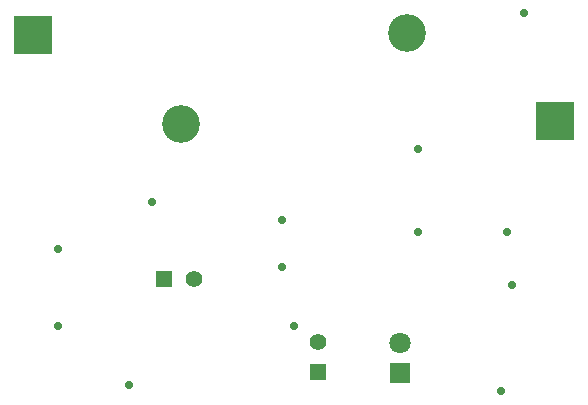
<source format=gbs>
G04*
G04 #@! TF.GenerationSoftware,Altium Limited,Altium Designer,20.1.12 (249)*
G04*
G04 Layer_Color=16711935*
%FSLAX44Y44*%
%MOMM*%
G71*
G04*
G04 #@! TF.SameCoordinates,2AA84F29-7605-4DC1-95F6-89BBEAF3FCC8*
G04*
G04*
G04 #@! TF.FilePolarity,Negative*
G04*
G01*
G75*
%ADD28R,1.4032X1.4032*%
%ADD29C,1.4032*%
%ADD30R,1.4032X1.4032*%
%ADD31C,3.2032*%
%ADD32R,3.2032X3.2032*%
%ADD33C,1.8032*%
%ADD34R,1.8032X1.8032*%
%ADD35C,0.7016*%
D28*
X150000Y120000D02*
D03*
D29*
X175400D02*
D03*
X280285Y66258D02*
D03*
D30*
Y40858D02*
D03*
D31*
X356000Y328500D02*
D03*
X164000Y251500D02*
D03*
D32*
X481000Y253500D02*
D03*
X39000Y326500D02*
D03*
D33*
X349520Y65700D02*
D03*
D34*
Y40300D02*
D03*
D35*
X260000Y80000D02*
D03*
X365000Y230000D02*
D03*
X455000Y345000D02*
D03*
X140000Y185000D02*
D03*
X365000Y160000D02*
D03*
X435000Y25000D02*
D03*
X120000Y30000D02*
D03*
X60000Y80000D02*
D03*
Y145000D02*
D03*
X440000Y160000D02*
D03*
X445000Y115000D02*
D03*
X250000Y130000D02*
D03*
Y170000D02*
D03*
M02*

</source>
